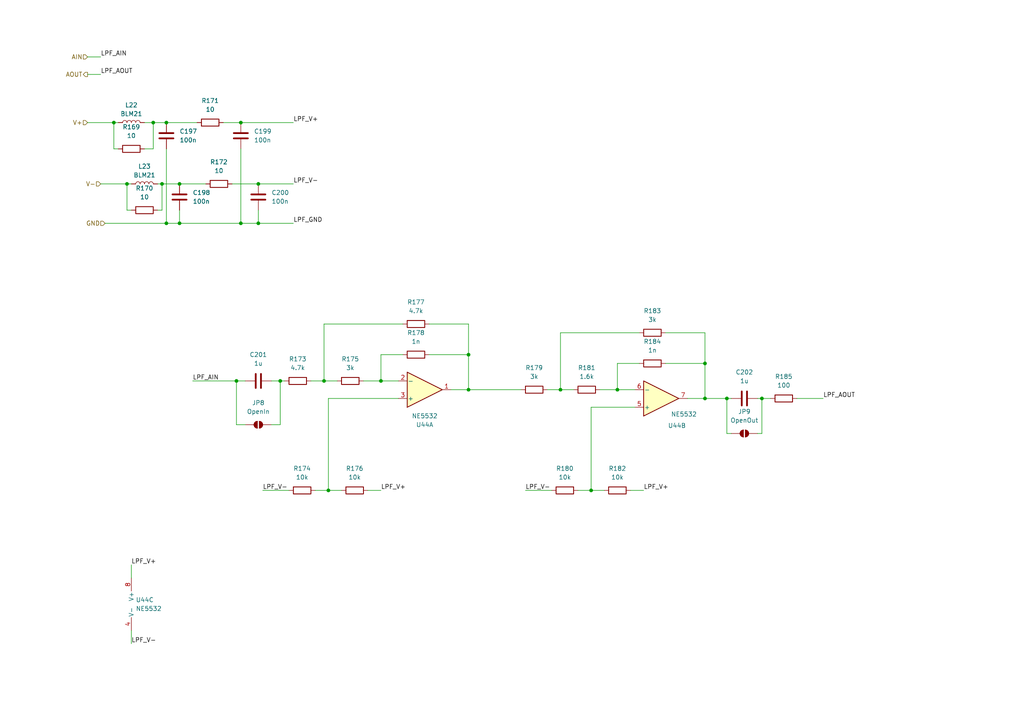
<source format=kicad_sch>
(kicad_sch (version 20250114) (generator "eeschema") (generator_version "9.0")
  (paper "A4")
  (title_block (title "Low pass filter") (company "Russia, Samara 2026") (comment 1 "006") (comment 2 "Maxssau"))
  (lib_symbols
    (symbol "Amplifier_Operational:NE5532" (pin_names (offset 0.127))
      (property "Reference" "U" (at 0 5.08 0))
      (property "Value" "NE5532" (at 0 -5.08 0))
      (symbol "NE5532_1_1"
        (polyline (pts (xy -5.08 5.08) (xy 5.08 0) (xy -5.08 -5.08) (xy -5.08 5.08)) (stroke (width 0.254)) (fill (type background)))
        (pin input line (at -7.62 2.54 0) (length 2.54) (name "+") (number "3"))
        (pin input line (at -7.62 -2.54 0) (length 2.54) (name "-") (number "2"))
        (pin output line (at 7.62 0 180) (length 2.54) (name "~") (number "1"))
      )
      (symbol "NE5532_2_1"
        (polyline (pts (xy -5.08 5.08) (xy 5.08 0) (xy -5.08 -5.08) (xy -5.08 5.08)) (stroke (width 0.254)) (fill (type background)))
        (pin input line (at -7.62 2.54 0) (length 2.54) (name "+") (number "5"))
        (pin input line (at -7.62 -2.54 0) (length 2.54) (name "-") (number "6"))
        (pin output line (at 7.62 0 180) (length 2.54) (name "~") (number "7"))
      )
      (symbol "NE5532_3_1"
        (pin power_in line (at -2.54 7.62 270) (length 3.81) (name "V+") (number "8"))
        (pin power_in line (at -2.54 -7.62 90) (length 3.81) (name "V-") (number "4"))
      )
    )
    (symbol "Device:C" (pin_numbers (hide yes)) (pin_names (offset 0.254))
      (property "Reference" "C" (at 0.635 2.54 0))
      (property "Value" "C" (at 0.635 -2.54 0))
      (symbol "C_0_1"
        (polyline (pts (xy -2.032 0.762) (xy 2.032 0.762)) (stroke (width 0.508)))
        (polyline (pts (xy -2.032 -0.762) (xy 2.032 -0.762)) (stroke (width 0.508)))
      )
      (symbol "C_1_1"
        (pin passive line (at 0 3.81 270) (length 2.794) (name "~") (number "1"))
        (pin passive line (at 0 -3.81 90) (length 2.794) (name "~") (number "2"))
      )
    )
    (symbol "Device:L" (pin_numbers (hide yes)) (pin_names (offset 1.016) (hide yes))
      (property "Reference" "L" (at -1.27 0 90))
      (property "Value" "L" (at 1.905 0 90))
      (symbol "L_0_1"
        (arc (start 0 2.54) (mid 0.6323 1.905) (end 0 1.27))
        (arc (start 0 1.27) (mid 0.6323 0.635) (end 0 0))
        (arc (start 0 0) (mid 0.6323 -0.635) (end 0 -1.27))
        (arc (start 0 -1.27) (mid 0.6323 -1.905) (end 0 -2.54))
      )
      (symbol "L_1_1"
        (pin passive line (at 0 3.81 270) (length 1.27) (name "1") (number "1"))
        (pin passive line (at 0 -3.81 90) (length 1.27) (name "2") (number "2"))
      )
    )
    (symbol "Device:R" (pin_numbers (hide yes)) (pin_names (offset 0))
      (property "Reference" "R" (at 2.032 0 90))
      (property "Value" "R" (at 0 0 90))
      (symbol "R_0_1"
        (rectangle (start -1.016 -2.54) (end 1.016 2.54) (stroke (width 0.254)))
      )
      (symbol "R_1_1"
        (pin passive line (at 0 3.81 270) (length 1.27) (name "~") (number "1"))
        (pin passive line (at 0 -3.81 90) (length 1.27) (name "~") (number "2"))
      )
    )
    (symbol "Jumper:SolderJumper_2_Open" (pin_numbers (hide yes)) (pin_names (offset 0) (hide yes)) (exclude_from_sim yes) (in_bom no)
      (property "Reference" "JP" (at 0 2.032 0))
      (property "Value" "SolderJumper_2_Open" (at 0 -2.54 0))
      (symbol "SolderJumper_2_Open_0_1"
        (polyline (pts (xy -0.254 1.016) (xy -0.254 -1.016)))
        (arc (start -0.254 -1.016) (mid -1.2656 0) (end -0.254 1.016))
        (arc (start -0.254 -1.016) (mid -1.2656 0) (end -0.254 1.016) (fill (type outline)))
        (arc (start 0.254 1.016) (mid 1.2656 0) (end 0.254 -1.016))
        (arc (start 0.254 1.016) (mid 1.2656 0) (end 0.254 -1.016) (fill (type outline)))
        (polyline (pts (xy 0.254 1.016) (xy 0.254 -1.016)))
      )
      (symbol "SolderJumper_2_Open_1_1"
        (pin passive line (at -3.81 0 0) (length 2.54) (name "A") (number "1"))
        (pin passive line (at 3.81 0 180) (length 2.54) (name "B") (number "2"))
      )
    )
  )
  (junction (at 204.47 115.57))
  (junction (at 36.83 53.34))
  (junction (at 48.26 64.77))
  (junction (at 46.99 53.34))
  (junction (at 74.93 64.77))
  (junction (at 93.98 110.49))
  (junction (at 68.58 110.49))
  (junction (at 179.07 113.03))
  (junction (at 95.25 142.24))
  (junction (at 135.89 102.87))
  (junction (at 74.93 53.34))
  (junction (at 204.47 105.41))
  (junction (at 44.45 35.56))
  (junction (at 52.07 53.34))
  (junction (at 81.28 110.49))
  (junction (at 171.45 142.24))
  (junction (at 52.07 64.77))
  (junction (at 135.89 113.03))
  (junction (at 48.26 35.56))
  (junction (at 162.56 113.03))
  (junction (at 210.82 115.57))
  (junction (at 110.49 110.49))
  (junction (at 33.02 35.56))
  (junction (at 220.98 115.57))
  (junction (at 69.85 64.77))
  (junction (at 69.85 35.56))
  (wire (pts (xy 25.4 21.59) (xy 29.21 21.59)))
  (wire (pts (xy 185.42 96.52) (xy 162.56 96.52)))
  (wire (pts (xy 76.2 142.24) (xy 83.82 142.24)))
  (wire (pts (xy 95.25 115.57) (xy 95.25 142.24)))
  (wire (pts (xy 52.07 60.96) (xy 52.07 64.77)))
  (wire (pts (xy 135.89 113.03) (xy 130.81 113.03)))
  (wire (pts (xy 34.29 43.18) (xy 33.02 43.18)))
  (wire (pts (xy 212.09 125.73) (xy 210.82 125.73)))
  (wire (pts (xy 25.4 16.51) (xy 29.21 16.51)))
  (wire (pts (xy 46.99 53.34) (xy 52.07 53.34)))
  (wire (pts (xy 204.47 115.57) (xy 199.39 115.57)))
  (wire (pts (xy 95.25 142.24) (xy 99.06 142.24)))
  (wire (pts (xy 210.82 115.57) (xy 212.09 115.57)))
  (wire (pts (xy 93.98 110.49) (xy 97.79 110.49)))
  (wire (pts (xy 105.41 110.49) (xy 110.49 110.49)))
  (wire (pts (xy 74.93 64.77) (xy 85.09 64.77)))
  (wire (pts (xy 124.46 93.98) (xy 135.89 93.98)))
  (wire (pts (xy 152.4 142.24) (xy 160.02 142.24)))
  (wire (pts (xy 116.84 102.87) (xy 110.49 102.87)))
  (wire (pts (xy 48.26 64.77) (xy 52.07 64.77)))
  (wire (pts (xy 38.1 163.83) (xy 38.1 167.64)))
  (wire (pts (xy 78.74 110.49) (xy 81.28 110.49)))
  (wire (pts (xy 25.4 35.56) (xy 33.02 35.56)))
  (wire (pts (xy 186.69 142.24) (xy 182.88 142.24)))
  (wire (pts (xy 38.1 60.96) (xy 36.83 60.96)))
  (wire (pts (xy 116.84 93.98) (xy 93.98 93.98)))
  (wire (pts (xy 110.49 102.87) (xy 110.49 110.49)))
  (wire (pts (xy 69.85 35.56) (xy 85.09 35.56)))
  (wire (pts (xy 48.26 35.56) (xy 57.15 35.56)))
  (wire (pts (xy 110.49 110.49) (xy 115.57 110.49)))
  (wire (pts (xy 220.98 115.57) (xy 223.52 115.57)))
  (wire (pts (xy 171.45 142.24) (xy 175.26 142.24)))
  (wire (pts (xy 67.31 53.34) (xy 74.93 53.34)))
  (wire (pts (xy 193.04 105.41) (xy 204.47 105.41)))
  (wire (pts (xy 69.85 43.18) (xy 69.85 64.77)))
  (wire (pts (xy 44.45 43.18) (xy 44.45 35.56)))
  (wire (pts (xy 231.14 115.57) (xy 238.76 115.57)))
  (wire (pts (xy 44.45 35.56) (xy 48.26 35.56)))
  (wire (pts (xy 29.21 53.34) (xy 36.83 53.34)))
  (wire (pts (xy 179.07 113.03) (xy 184.15 113.03)))
  (wire (pts (xy 33.02 35.56) (xy 34.29 35.56)))
  (wire (pts (xy 81.28 110.49) (xy 82.55 110.49)))
  (wire (pts (xy 36.83 53.34) (xy 38.1 53.34)))
  (wire (pts (xy 52.07 53.34) (xy 59.69 53.34)))
  (wire (pts (xy 81.28 123.19) (xy 81.28 110.49)))
  (wire (pts (xy 64.77 35.56) (xy 69.85 35.56)))
  (wire (pts (xy 55.88 110.49) (xy 68.58 110.49)))
  (wire (pts (xy 69.85 64.77) (xy 74.93 64.77)))
  (wire (pts (xy 184.15 118.11) (xy 171.45 118.11)))
  (wire (pts (xy 110.49 142.24) (xy 106.68 142.24)))
  (wire (pts (xy 204.47 96.52) (xy 204.47 105.41)))
  (wire (pts (xy 41.91 43.18) (xy 44.45 43.18)))
  (wire (pts (xy 68.58 110.49) (xy 68.58 123.19)))
  (wire (pts (xy 74.93 60.96) (xy 74.93 64.77)))
  (wire (pts (xy 185.42 105.41) (xy 179.07 105.41)))
  (wire (pts (xy 193.04 96.52) (xy 204.47 96.52)))
  (wire (pts (xy 93.98 93.98) (xy 93.98 110.49)))
  (wire (pts (xy 171.45 118.11) (xy 171.45 142.24)))
  (wire (pts (xy 46.99 60.96) (xy 46.99 53.34)))
  (wire (pts (xy 38.1 186.69) (xy 38.1 182.88)))
  (wire (pts (xy 204.47 105.41) (xy 204.47 115.57)))
  (wire (pts (xy 33.02 35.56) (xy 33.02 43.18)))
  (wire (pts (xy 90.17 110.49) (xy 93.98 110.49)))
  (wire (pts (xy 220.98 115.57) (xy 220.98 125.73)))
  (wire (pts (xy 173.99 113.03) (xy 179.07 113.03)))
  (wire (pts (xy 158.75 113.03) (xy 162.56 113.03)))
  (wire (pts (xy 45.72 53.34) (xy 46.99 53.34)))
  (wire (pts (xy 135.89 102.87) (xy 135.89 113.03)))
  (wire (pts (xy 219.71 115.57) (xy 220.98 115.57)))
  (wire (pts (xy 124.46 102.87) (xy 135.89 102.87)))
  (wire (pts (xy 167.64 142.24) (xy 171.45 142.24)))
  (wire (pts (xy 30.48 64.77) (xy 48.26 64.77)))
  (wire (pts (xy 45.72 60.96) (xy 46.99 60.96)))
  (wire (pts (xy 135.89 93.98) (xy 135.89 102.87)))
  (wire (pts (xy 74.93 53.34) (xy 85.09 53.34)))
  (wire (pts (xy 135.89 113.03) (xy 151.13 113.03)))
  (wire (pts (xy 162.56 96.52) (xy 162.56 113.03)))
  (wire (pts (xy 115.57 115.57) (xy 95.25 115.57)))
  (wire (pts (xy 220.98 125.73) (xy 219.71 125.73)))
  (wire (pts (xy 162.56 113.03) (xy 166.37 113.03)))
  (wire (pts (xy 204.47 115.57) (xy 210.82 115.57)))
  (wire (pts (xy 95.25 142.24) (xy 91.44 142.24)))
  (wire (pts (xy 68.58 123.19) (xy 71.12 123.19)))
  (wire (pts (xy 71.12 110.49) (xy 68.58 110.49)))
  (wire (pts (xy 36.83 60.96) (xy 36.83 53.34)))
  (wire (pts (xy 41.91 35.56) (xy 44.45 35.56)))
  (wire (pts (xy 179.07 105.41) (xy 179.07 113.03)))
  (wire (pts (xy 210.82 125.73) (xy 210.82 115.57)))
  (wire (pts (xy 48.26 43.18) (xy 48.26 64.77)))
  (wire (pts (xy 52.07 64.77) (xy 69.85 64.77)))
  (wire (pts (xy 78.74 123.19) (xy 81.28 123.19)))
  (label "LPF_AOUT" (at 238.76 115.57 0))
  (label "LPF_V-" (at 38.1 186.69 0))
  (label "LPF_GND" (at 85.09 64.77 0))
  (label "LPF_V-" (at 76.2 142.24 0))
  (label "LPF_AIN" (at 29.21 16.51 0))
  (label "LPF_AIN" (at 55.88 110.49 0))
  (label "LPF_V+" (at 38.1 163.83 0))
  (label "LPF_V-" (at 152.4 142.24 0))
  (label "LPF_AOUT" (at 29.21 21.59 0))
  (label "LPF_V-" (at 85.09 53.34 0))
  (label "LPF_V+" (at 110.49 142.24 0))
  (label "LPF_V+" (at 85.09 35.56 0))
  (label "LPF_V+" (at 186.69 142.24 0))
  (hierarchical_label "AOUT" (shape output) (at 25.4 21.59 180))
  (hierarchical_label "V-" (shape input) (at 29.21 53.34 180))
  (hierarchical_label "V+" (shape input) (at 25.4 35.56 180))
  (hierarchical_label "AIN" (shape input) (at 25.4 16.51 180))
  (hierarchical_label "GND" (shape input) (at 30.48 64.77 180))
  (symbol (lib_id "Device:R") (at 154.94 113.03 90) (unit 1)
    (property "Reference" "R124" (at 154.94 106.68 90))
    (property "Value" "3k" (at 154.94 109.22 90))
    (property "Footprint" "Resistor_SMD:R_0805_2012Metric_Pad1.20x1.40mm_HandSolder" (effects (hide yes)))
    (property "Description" "Resistor" (effects (hide yes)))
    (instances (project "kharon386mod_by_maxssau" (path "" (reference "R179") (unit 1)) (path "" (reference "R145") (unit 1)) (path "" (reference "R124") (unit 1)) (path "" (reference "R162") (unit 1))))
  )
  (symbol (lib_id "Device:R") (at 227.33 115.57 90) (unit 1)
    (property "Reference" "R128" (at 227.33 109.22 90))
    (property "Value" "100" (at 227.33 111.76 90))
    (property "Footprint" "Resistor_SMD:R_0805_2012Metric_Pad1.20x1.40mm_HandSolder" (effects (hide yes)))
    (property "Description" "Resistor" (effects (hide yes)))
    (instances (project "kharon386mod_by_maxssau" (path "" (reference "R185") (unit 1)) (path "" (reference "R151") (unit 1)) (path "" (reference "R128") (unit 1)) (path "" (reference "R168") (unit 1))))
  )
  (symbol (lib_id "Jumper:SolderJumper_2_Open") (at 74.93 123.19 0) (unit 1) (exclude_from_sim yes) (in_bom no)
    (property "Reference" "JP?" (at 74.93 116.84 0))
    (property "Value" "OpenIn" (at 74.93 119.38 0))
    (property "Footprint" "Jumper:SolderJumper-2_P1.3mm_Open_TrianglePad1.0x1.5mm" (effects (hide yes)))
    (property "Description" "Solder Jumper, 2-pole, open" (effects (hide yes)))
    (instances (project "kharon386mod_by_maxssau" (path "" (reference "JP8") (unit 1)) (path "" (reference "JP4") (unit 1)) (path "" (reference "JP?") (unit 1)) (path "" (reference "JP6") (unit 1))))
  )
  (symbol (lib_id "Device:R") (at 189.23 105.41 90) (unit 1)
    (property "Reference" "R127" (at 189.23 99.06 90))
    (property "Value" "1n" (at 189.23 101.6 90))
    (property "Footprint" "Resistor_SMD:R_0805_2012Metric_Pad1.20x1.40mm_HandSolder" (effects (hide yes)))
    (property "Description" "Resistor" (effects (hide yes)))
    (instances (project "kharon386mod_by_maxssau" (path "" (reference "R184") (unit 1)) (path "" (reference "R150") (unit 1)) (path "" (reference "R127") (unit 1)) (path "" (reference "R167") (unit 1))))
  )
  (symbol (lib_id "Device:L") (at 41.91 53.34 90) (unit 1)
    (property "Reference" "L17" (at 41.91 48.26 90))
    (property "Value" "BLM21" (at 41.91 50.8 90))
    (property "Footprint" "Inductor_SMD:L_0805_2012Metric_Pad1.15x1.40mm_HandSolder" (effects (hide yes)))
    (property "Description" "Inductor" (effects (hide yes)))
    (instances (project "kharon386mod_by_maxssau" (path "" (reference "L23") (unit 1)) (path "" (reference "L19") (unit 1)) (path "" (reference "L17") (unit 1)) (path "" (reference "L21") (unit 1))))
  )
  (symbol (lib_id "Device:R") (at 189.23 96.52 90) (unit 1)
    (property "Reference" "R126" (at 189.23 90.17 90))
    (property "Value" "3k" (at 189.23 92.71 90))
    (property "Footprint" "Resistor_SMD:R_0805_2012Metric_Pad1.20x1.40mm_HandSolder" (effects (hide yes)))
    (property "Description" "Resistor" (effects (hide yes)))
    (instances (project "kharon386mod_by_maxssau" (path "" (reference "R183") (unit 1)) (path "" (reference "R149") (unit 1)) (path "" (reference "R126") (unit 1)) (path "" (reference "R166") (unit 1))))
  )
  (symbol (lib_id "Device:R") (at 87.63 142.24 90) (unit 1)
    (property "Reference" "R129" (at 87.63 135.89 90))
    (property "Value" "10k" (at 87.63 138.43 90))
    (property "Footprint" "Resistor_SMD:R_0805_2012Metric_Pad1.20x1.40mm_HandSolder" (effects (hide yes)))
    (property "Description" "Resistor" (effects (hide yes)))
    (instances (project "kharon386mod_by_maxssau" (path "" (reference "R174") (unit 1)) (path "" (reference "R140") (unit 1)) (path "" (reference "R129") (unit 1)) (path "" (reference "R157") (unit 1))))
  )
  (symbol (lib_id "Device:L") (at 38.1 35.56 90) (unit 1)
    (property "Reference" "L?" (at 38.1 30.48 90))
    (property "Value" "BLM21" (at 38.1 33.02 90))
    (property "Footprint" "Inductor_SMD:L_0805_2012Metric_Pad1.15x1.40mm_HandSolder" (effects (hide yes)))
    (property "Description" "Inductor" (effects (hide yes)))
    (instances (project "kharon386mod_by_maxssau" (path "" (reference "L22") (unit 1)) (path "" (reference "L18") (unit 1)) (path "" (reference "L?") (unit 1)) (path "" (reference "L20") (unit 1))))
  )
  (symbol (lib_id "Device:C") (at 48.26 39.37 0) (unit 1)
    (property "Reference" "C181" (at 52.07 38.0999 0) (effects (justify left)))
    (property "Value" "100n" (at 52.07 40.6399 0) (effects (justify left)))
    (property "Footprint" "Capacitor_SMD:C_0805_2012Metric_Pad1.18x1.45mm_HandSolder" (effects (hide yes)))
    (property "Description" "Unpolarized capacitor" (effects (hide yes)))
    (instances (project "kharon386mod_by_maxssau" (path "" (reference "C197") (unit 1)) (path "" (reference "C185") (unit 1)) (path "" (reference "C181") (unit 1)) (path "" (reference "C191") (unit 1))))
  )
  (symbol (lib_id "Device:R") (at 120.65 93.98 90) (unit 1)
    (property "Reference" "R122" (at 120.65 87.63 90))
    (property "Value" "4.7k" (at 120.65 90.17 90))
    (property "Footprint" "Resistor_SMD:R_0805_2012Metric_Pad1.20x1.40mm_HandSolder" (effects (hide yes)))
    (property "Description" "Resistor" (effects (hide yes)))
    (instances (project "kharon386mod_by_maxssau" (path "" (reference "R177") (unit 1)) (path "" (reference "R143") (unit 1)) (path "" (reference "R122") (unit 1)) (path "" (reference "R160") (unit 1))))
  )
  (symbol (lib_id "Device:R") (at 163.83 142.24 90) (unit 1)
    (property "Reference" "R131" (at 163.83 135.89 90))
    (property "Value" "10k" (at 163.83 138.43 90))
    (property "Footprint" "Resistor_SMD:R_0805_2012Metric_Pad1.20x1.40mm_HandSolder" (effects (hide yes)))
    (property "Description" "Resistor" (effects (hide yes)))
    (instances (project "kharon386mod_by_maxssau" (path "" (reference "R180") (unit 1)) (path "" (reference "R146") (unit 1)) (path "" (reference "R131") (unit 1)) (path "" (reference "R163") (unit 1))))
  )
  (symbol (lib_id "Device:R") (at 170.18 113.03 90) (unit 1)
    (property "Reference" "R125" (at 170.18 106.68 90))
    (property "Value" "1.6k" (at 170.18 109.22 90))
    (property "Footprint" "Resistor_SMD:R_0805_2012Metric_Pad1.20x1.40mm_HandSolder" (effects (hide yes)))
    (property "Description" "Resistor" (effects (hide yes)))
    (instances (project "kharon386mod_by_maxssau" (path "" (reference "R181") (unit 1)) (path "" (reference "R147") (unit 1)) (path "" (reference "R125") (unit 1)) (path "" (reference "R164") (unit 1))))
  )
  (symbol (lib_id "Device:C") (at 215.9 115.57 90) (unit 1)
    (property "Reference" "C184" (at 215.9 107.95 90))
    (property "Value" "1u" (at 215.9 110.49 90))
    (property "Footprint" "Capacitor_THT:C_Rect_L7.0mm_W2.5mm_P5.00mm" (effects (hide yes)))
    (property "Description" "Unpolarized capacitor" (effects (hide yes)))
    (instances (project "kharon386mod_by_maxssau" (path "" (reference "C202") (unit 1)) (path "" (reference "C190") (unit 1)) (path "" (reference "C184") (unit 1)) (path "" (reference "C196") (unit 1))))
  )
  (symbol (lib_id "Amplifier_Operational:NE5532") (at 123.19 113.03 0) (mirror x) (unit 1)
    (property "Reference" "U?" (at 123.19 123.19 0))
    (property "Value" "NE5532" (at 123.19 120.65 0))
    (property "Footprint" "Package_SO:SOIC-8_3.9x4.9mm_P1.27mm" (effects (hide yes)))
    (property "Datasheet" "http://www.ti.com/lit/ds/symlink/ne5532.pdf" (effects (hide yes)))
    (property "Description" "Dual Low-Noise Operational Amplifiers, DIP-8/SOIC-8" (effects (hide yes)))
    (instances (project "kharon386mod_by_maxssau" (path "" (reference "U44") (unit 1)) (path "" (reference "U42") (unit 1)) (path "" (reference "U?") (unit 1)) (path "" (reference "U43") (unit 1))))
  )
  (symbol (lib_id "Amplifier_Operational:NE5532") (at 191.77 115.57 0) (mirror x) (unit 2)
    (property "Reference" "U41" (at 196.342 123.444 0))
    (property "Value" "NE5532" (at 198.374 120.142 0))
    (property "Footprint" "Package_SO:SOIC-8_3.9x4.9mm_P1.27mm" (effects (hide yes)))
    (property "Datasheet" "http://www.ti.com/lit/ds/symlink/ne5532.pdf" (effects (hide yes)))
    (property "Description" "Dual Low-Noise Operational Amplifiers, DIP-8/SOIC-8" (effects (hide yes)))
    (instances (project "kharon386mod_by_maxssau" (path "" (reference "U44") (unit 2)) (path "" (reference "U42") (unit 2)) (path "" (reference "U41") (unit 2)) (path "" (reference "U43") (unit 2))))
  )
  (symbol (lib_id "Device:C") (at 74.93 110.49 90) (unit 1)
    (property "Reference" "C?" (at 74.93 102.87 90))
    (property "Value" "1u" (at 74.93 105.41 90))
    (property "Footprint" "Capacitor_THT:C_Rect_L7.0mm_W2.5mm_P5.00mm" (effects (hide yes)))
    (property "Description" "Unpolarized capacitor" (effects (hide yes)))
    (instances (project "kharon386mod_by_maxssau" (path "" (reference "C201") (unit 1)) (path "" (reference "C189") (unit 1)) (path "" (reference "C?") (unit 1)) (path "" (reference "C195") (unit 1))))
  )
  (symbol (lib_id "Device:R") (at 102.87 142.24 90) (unit 1)
    (property "Reference" "R130" (at 102.87 135.89 90))
    (property "Value" "10k" (at 102.87 138.43 90))
    (property "Footprint" "Resistor_SMD:R_0805_2012Metric_Pad1.20x1.40mm_HandSolder" (effects (hide yes)))
    (property "Description" "Resistor" (effects (hide yes)))
    (instances (project "kharon386mod_by_maxssau" (path "" (reference "R176") (unit 1)) (path "" (reference "R142") (unit 1)) (path "" (reference "R130") (unit 1)) (path "" (reference "R159") (unit 1))))
  )
  (symbol (lib_id "Device:R") (at 60.96 35.56 90) (unit 1)
    (property "Reference" "R?" (at 60.96 29.21 90))
    (property "Value" "10" (at 60.96 31.75 90))
    (property "Footprint" "Resistor_SMD:R_0805_2012Metric_Pad1.20x1.40mm_HandSolder" (effects (hide yes)))
    (property "Description" "Resistor" (effects (hide yes)))
    (instances (project "kharon386mod_by_maxssau" (path "" (reference "R171") (unit 1)) (path "" (reference "R137") (unit 1)) (path "" (reference "R?") (unit 1)) (path "" (reference "R154") (unit 1))))
  )
  (symbol (lib_id "Device:C") (at 52.07 57.15 0) (unit 1)
    (property "Reference" "C182" (at 55.88 55.8799 0) (effects (justify left)))
    (property "Value" "100n" (at 55.88 58.4199 0) (effects (justify left)))
    (property "Footprint" "Capacitor_SMD:C_0805_2012Metric_Pad1.18x1.45mm_HandSolder" (effects (hide yes)))
    (property "Description" "Unpolarized capacitor" (effects (hide yes)))
    (instances (project "kharon386mod_by_maxssau" (path "" (reference "C198") (unit 1)) (path "" (reference "C186") (unit 1)) (path "" (reference "C182") (unit 1)) (path "" (reference "C192") (unit 1))))
  )
  (symbol (lib_id "Device:C") (at 69.85 39.37 0) (unit 1)
    (property "Reference" "C?" (at 73.66 38.0999 0) (effects (justify left)))
    (property "Value" "100n" (at 73.66 40.6399 0) (effects (justify left)))
    (property "Footprint" "Capacitor_SMD:C_0805_2012Metric_Pad1.18x1.45mm_HandSolder" (effects (hide yes)))
    (property "Description" "Unpolarized capacitor" (effects (hide yes)))
    (instances (project "kharon386mod_by_maxssau" (path "" (reference "C199") (unit 1)) (path "" (reference "C187") (unit 1)) (path "" (reference "C?") (unit 1)) (path "" (reference "C193") (unit 1))))
  )
  (symbol (lib_id "Device:R") (at 179.07 142.24 90) (unit 1)
    (property "Reference" "R132" (at 179.07 135.89 90))
    (property "Value" "10k" (at 179.07 138.43 90))
    (property "Footprint" "Resistor_SMD:R_0805_2012Metric_Pad1.20x1.40mm_HandSolder" (effects (hide yes)))
    (property "Description" "Resistor" (effects (hide yes)))
    (instances (project "kharon386mod_by_maxssau" (path "" (reference "R182") (unit 1)) (path "" (reference "R148") (unit 1)) (path "" (reference "R132") (unit 1)) (path "" (reference "R165") (unit 1))))
  )
  (symbol (lib_id "Device:R") (at 38.1 43.18 90) (unit 1)
    (property "Reference" "R133" (at 38.1 36.83 90))
    (property "Value" "10" (at 38.1 39.37 90))
    (property "Footprint" "Resistor_SMD:R_0805_2012Metric_Pad1.20x1.40mm_HandSolder" (effects (hide yes)))
    (property "Description" "Resistor" (effects (hide yes)))
    (instances (project "kharon386mod_by_maxssau" (path "" (reference "R169") (unit 1)) (path "" (reference "R135") (unit 1)) (path "" (reference "R133") (unit 1)) (path "" (reference "R152") (unit 1))))
  )
  (symbol (lib_id "Device:R") (at 41.91 60.96 90) (unit 1)
    (property "Reference" "R134" (at 41.91 54.61 90))
    (property "Value" "10" (at 41.91 57.15 90))
    (property "Footprint" "Resistor_SMD:R_0805_2012Metric_Pad1.20x1.40mm_HandSolder" (effects (hide yes)))
    (property "Description" "Resistor" (effects (hide yes)))
    (instances (project "kharon386mod_by_maxssau" (path "" (reference "R170") (unit 1)) (path "" (reference "R136") (unit 1)) (path "" (reference "R134") (unit 1)) (path "" (reference "R153") (unit 1))))
  )
  (symbol (lib_id "Device:R") (at 63.5 53.34 90) (unit 1)
    (property "Reference" "R119" (at 63.5 46.99 90))
    (property "Value" "10" (at 63.5 49.53 90))
    (property "Footprint" "Resistor_SMD:R_0805_2012Metric_Pad1.20x1.40mm_HandSolder" (effects (hide yes)))
    (property "Description" "Resistor" (effects (hide yes)))
    (instances (project "kharon386mod_by_maxssau" (path "" (reference "R172") (unit 1)) (path "" (reference "R138") (unit 1)) (path "" (reference "R119") (unit 1)) (path "" (reference "R155") (unit 1))))
  )
  (symbol (lib_id "Device:R") (at 101.6 110.49 90) (unit 1)
    (property "Reference" "R121" (at 101.6 104.14 90))
    (property "Value" "3k" (at 101.6 106.68 90))
    (property "Footprint" "Resistor_SMD:R_0805_2012Metric_Pad1.20x1.40mm_HandSolder" (effects (hide yes)))
    (property "Description" "Resistor" (effects (hide yes)))
    (instances (project "kharon386mod_by_maxssau" (path "" (reference "R175") (unit 1)) (path "" (reference "R141") (unit 1)) (path "" (reference "R121") (unit 1)) (path "" (reference "R158") (unit 1))))
  )
  (symbol (lib_id "Device:R") (at 86.36 110.49 90) (unit 1)
    (property "Reference" "R120" (at 86.36 104.14 90))
    (property "Value" "4.7k" (at 86.36 106.68 90))
    (property "Footprint" "Resistor_SMD:R_0805_2012Metric_Pad1.20x1.40mm_HandSolder" (effects (hide yes)))
    (property "Description" "Resistor" (effects (hide yes)))
    (instances (project "kharon386mod_by_maxssau" (path "" (reference "R173") (unit 1)) (path "" (reference "R139") (unit 1)) (path "" (reference "R120") (unit 1)) (path "" (reference "R156") (unit 1))))
  )
  (symbol (lib_id "Device:R") (at 120.65 102.87 90) (unit 1)
    (property "Reference" "R123" (at 120.65 96.52 90))
    (property "Value" "1n" (at 120.65 99.06 90))
    (property "Footprint" "Resistor_SMD:R_0805_2012Metric_Pad1.20x1.40mm_HandSolder" (effects (hide yes)))
    (property "Description" "Resistor" (effects (hide yes)))
    (instances (project "kharon386mod_by_maxssau" (path "" (reference "R178") (unit 1)) (path "" (reference "R144") (unit 1)) (path "" (reference "R123") (unit 1)) (path "" (reference "R161") (unit 1))))
  )
  (symbol (lib_id "Amplifier_Operational:NE5532") (at 40.64 175.26 0) (unit 1)
    (property "Reference" "U?" (at 39.37 173.9899 0) (effects (justify left)))
    (property "Value" "NE5532" (at 39.37 176.5299 0) (effects (justify left)))
    (property "Footprint" "Package_SO:SOIC-8_3.9x4.9mm_P1.27mm" (effects (hide yes)))
    (property "Datasheet" "http://www.ti.com/lit/ds/symlink/ne5532.pdf" (effects (hide yes)))
    (property "Description" "Dual Low-Noise Operational Amplifiers, DIP-8/SOIC-8" (effects (hide yes)))
    (instances (project "kharon386mod_by_maxssau" (path "" (reference "U44") (unit 3)) (path "" (reference "U42") (unit 3)) (path "" (reference "U?") (unit 1)) (path "" (reference "U43") (unit 3))))
  )
  (symbol (lib_id "Jumper:SolderJumper_2_Open") (at 215.9 125.73 0) (unit 1) (exclude_from_sim yes) (in_bom no)
    (property "Reference" "JP3" (at 215.9 119.38 0))
    (property "Value" "OpenOut" (at 215.9 121.92 0))
    (property "Footprint" "Jumper:SolderJumper-2_P1.3mm_Open_TrianglePad1.0x1.5mm" (effects (hide yes)))
    (property "Description" "Solder Jumper, 2-pole, open" (effects (hide yes)))
    (instances (project "kharon386mod_by_maxssau" (path "" (reference "JP9") (unit 1)) (path "" (reference "JP5") (unit 1)) (path "" (reference "JP3") (unit 1)) (path "" (reference "JP7") (unit 1))))
  )
  (symbol (lib_id "Device:C") (at 74.93 57.15 0) (unit 1)
    (property "Reference" "C180" (at 78.74 55.8799 0) (effects (justify left)))
    (property "Value" "100n" (at 78.74 58.4199 0) (effects (justify left)))
    (property "Footprint" "Capacitor_SMD:C_0805_2012Metric_Pad1.18x1.45mm_HandSolder" (effects (hide yes)))
    (property "Description" "Unpolarized capacitor" (effects (hide yes)))
    (instances (project "kharon386mod_by_maxssau" (path "" (reference "C200") (unit 1)) (path "" (reference "C188") (unit 1)) (path "" (reference "C180") (unit 1)) (path "" (reference "C194") (unit 1))))
  )
)
</source>
